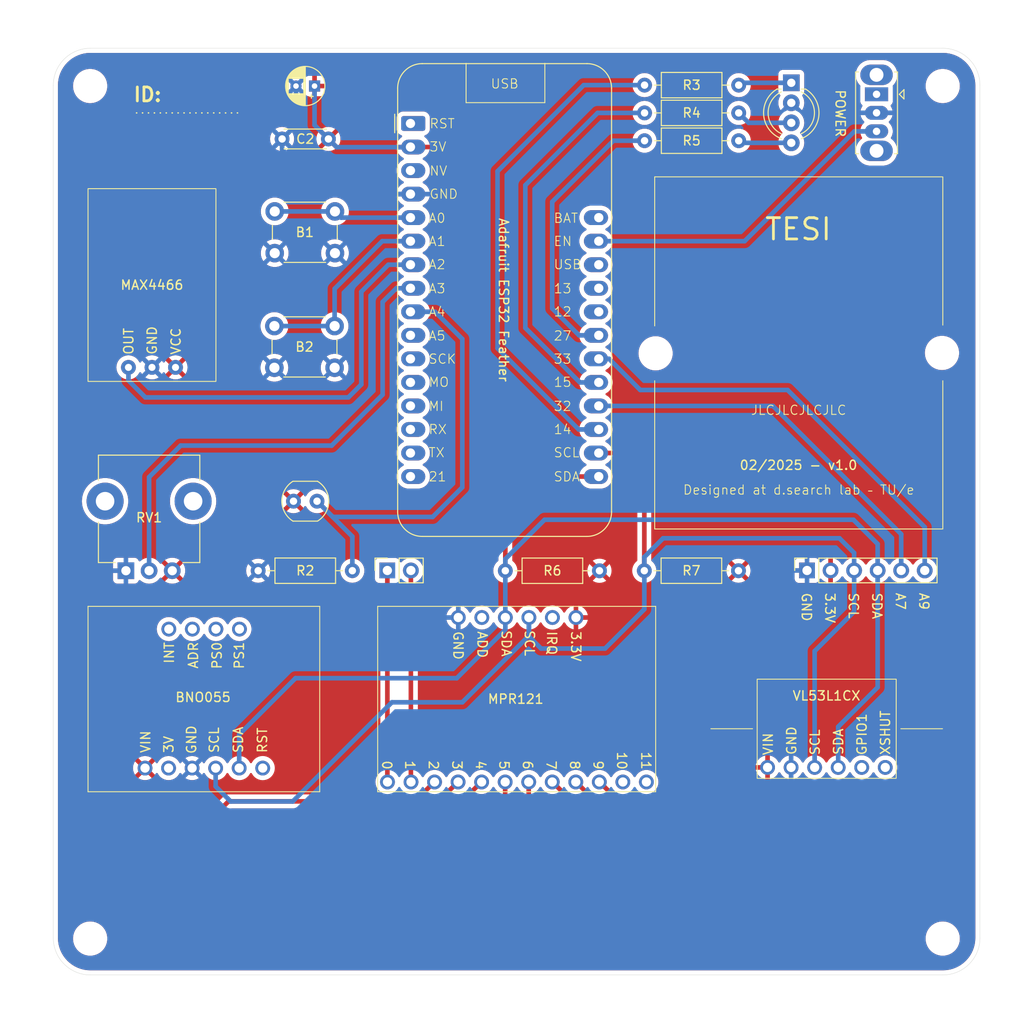
<source format=kicad_pcb>
(kicad_pcb (version 20241229) (generator "pcbnew") (generator_version "9.0")
  (layers (0 "F.Cu" signal) (2 "B.Cu" signal) (13 "F.Paste" user) (15 "B.Paste" user) (5 "F.SilkS" user "F.Silkscreen") (7 "B.SilkS" user "B.Silkscreen") (1 "F.Mask" user) (3 "B.Mask" user) (25 "Edge.Cuts" user))
  (net 0 "")
  (net 1 "Net-(A1-A8{slash}IO15)")
  (net 2 "Net-(A1-I39{slash}A3)")
  (net 6 "Net-(A1-A7{slash}IO32)")
  (net 8 "Net-(A1-EN)")
  (net 10 "+3.3V")
  (net 11 "Net-(A1-A9{slash}IO33)")
  (net 12 "Net-(A1-A6{slash}IO14)")
  (net 14 "Net-(A1-IO36{slash}A4)")
  (net 18 "Net-(A1-A10{slash}IO27)")
  (net 19 "Net-(D1-RK)")
  (net 20 "Net-(D1-BK)")
  (net 21 "SDA")
  (net 22 "SCL")
  (net 23 "Net-(D1-GK)")
  (net 24 "GND")
  (net 27 "Net-(A1-I34{slash}A2)")
  (net 29 "Net-(U3-ELE2)")
  (net 30 "Net-(U3-ELE3)")
  (net 31 "Net-(U3-LED0{slash}ELE4)")
  (net 32 "Net-(U3-LED1{slash}ELE5)")
  (net 33 "Net-(U3-LED2{slash}ELE6)")
  (net 34 "Net-(U3-LED3{slash}ELE7)")
  (net 42 "Net-(U3-LED4{slash}ELE8)")
  (net 43 "Net-(U3-LED5{slash}ELE9)")
  (net 46 "Net-(A1-DAC1{slash}A1)")
  (net 47 "Net-(A1-DAC2{slash}A0)")
  (net 53 "Net-(J1-Pin_1)")
  (net 54 "Net-(J1-Pin_2)")
  (footprint "Resistor_THT:R_Axial_DIN0207_L6.3mm_D2.5mm_P10.16mm_Horizontal" (layer "F.Cu") (at 124.625504 40.1 180)
    (property "Reference" "R4" (at 5.08 0 180) (layer "F.SilkS"))
    (property "Value" "220Ω")
    (pad "1" thru_hole circle (at 0 0 180) (size 1.6 1.6) (drill 0.8) (layers "*.Cu" "*.Mask") (net 23 "Net-(D1-GK)"))
    (pad "2" thru_hole oval (at 10.16 0 180) (size 1.6 1.6) (drill 0.8) (layers "*.Cu" "*.Mask") (net 1 "Net-(A1-A8{slash}IO15)"))
  )
  (footprint "tesi:Adafruit ESP32 Feather" (layer "F.Cu") (at 89.203759 41.240485)
    (property "Reference" "A1" (hide yes))
    (property "Value" "Adafruit Feather HUZZAH32" (hide yes))
    (fp_text user "27" (at 15.4 23.5 0) (layer "F.SilkS") (effects (font (thickness 0.1)) (justify left bottom)))
    (fp_text user "A3" (at 1.9 18.4 0) (layer "F.SilkS") (effects (font (thickness 0.1)) (justify left bottom)))
    (fp_text user "NV" (at 2 5.7 0) (layer "F.SilkS") (effects (font (thickness 0.1)) (justify left bottom)))
    (fp_text user "SDA" (at 15.4 38.7 0) (layer "F.SilkS") (effects (font (thickness 0.1)) (justify left bottom)))
    (fp_text user "21" (at 1.9 38.7 0) (layer "F.SilkS") (effects (font (thickness 0.1)) (justify left bottom)))
    (fp_text user "15" (at 15.4 28.5 0) (layer "F.SilkS") (effects (font (thickness 0.1)) (justify left bottom)))
    (fp_text user "A1" (at 1.9 13.3 0) (layer "F.SilkS") (effects (font (thickness 0.1)) (justify left bottom)))
    (fp_text user "MI" (at 1.9 31.1 0) (layer "F.SilkS") (effects (font (thickness 0.1)) (justify left bottom)))
    (fp_text user "RX" (at 1.9 33.6 0) (layer "F.SilkS") (effects (font (thickness 0.1)) (justify left bottom)))
    (fp_text user "A0" (at 1.9 10.8 0) (layer "F.SilkS") (effects (font (thickness 0.1)) (justify left bottom)))
    (fp_text user "BAT" (at 15.4 10.8 0) (layer "F.SilkS") (effects (font (thickness 0.1)) (justify left bottom)))
    (fp_text user "A2" (at 1.9 15.8 0) (layer "F.SilkS") (effects (font (thickness 0.1)) (justify left bottom)))
    (fp_text user "14" (at 15.4 33.6 0) (layer "F.SilkS") (effects (font (thickness 0.1)) (justify left bottom)))
    (fp_text user "SCL" (at 15.4 36.1 0) (layer "F.SilkS") (effects (font (thickness 0.1)) (justify left bottom)))
    (fp_text user "MO" (at 1.9 28.5 0) (layer "F.SilkS") (effects (font (thickness 0.1)) (justify left bottom)))
    (fp_text user "3V" (at 2 3.1 0) (layer "F.SilkS") (effects (font (thickness 0.1)) (justify left bottom)))
    (fp_text user "A5" (at 1.9 23.5 0) (layer "F.SilkS") (effects (font (thickness 0.1)) (justify left bottom)))
    (fp_text user "TX" (at 1.9 36.1 0) (layer "F.SilkS") (effects (font (thickness 0.1)) (justify left bottom)))
    (fp_text user "12" (at 15.4 20.9 0) (layer "F.SilkS") (effects (font (thickness 0.1)) (justify left bottom)))
    (fp_text user "RST" (at 2 0.6 0) (layer "F.SilkS") (effects (font (thickness 0.1)) (justify left bottom)))
    (fp_text user "33" (at 15.4 26 0) (layer "F.SilkS") (effects (font (thickness 0.1)) (justify left bottom)))
    (fp_text user "13" (at 15.4 18.4 0) (layer "F.SilkS") (effects (font (thickness 0.1)) (justify left bottom)))
    (fp_text user "A4" (at 1.9 20.9 0) (layer "F.SilkS") (effects (font (thickness 0.1)) (justify left bottom)))
    (fp_text user "SCK" (at 1.9 26 0) (layer "F.SilkS") (effects (font (thickness 0.1)) (justify left bottom)))
    (fp_text user "USB" (at 8.6 -3.7 0) (layer "F.SilkS") (effects (font (thickness 0.1)) (justify left bottom)))
    (fp_text user "USB" (at 15.4 15.8 0) (layer "F.SilkS") (effects (font (thickness 0.1)) (justify left bottom)))
    (fp_text user "GND" (at 2 8.2 0) (layer "F.SilkS") (effects (font (thickness 0.1)) (justify left bottom)))
    (fp_text user "EN" (at 15.4 13.3 0) (layer "F.SilkS") (effects (font (thickness 0.1)) (justify left bottom)))
    (fp_text user "32" (at 15.4 31.1 0) (layer "F.SilkS") (effects (font (thickness 0.1)) (justify left bottom)))
    (pad "1" thru_hole roundrect (at 0 0) (size 2.6 1.6) (drill 1 (offset 0.3 0)) (layers "*.Cu" "*.Mask") (roundrect_rratio 0.15625))
    (pad "2" thru_hole oval (at 0 2.54) (size 2.6 1.6) (drill 1 (offset 0.3 0)) (layers "*.Cu" "*.Mask") (net 10 "+3.3V"))
    (pad "3" thru_hole oval (at 0 5.08) (size 2.6 1.6) (drill 1 (offset 0.3 0)) (layers "*.Cu" "*.Mask"))
    (pad "4" thru_hole oval (at 0 7.62) (size 2.6 1.6) (drill 1 (offset 0.3 0)) (layers "*.Cu" "*.Mask") (net 24 "GND"))
    (pad "5" thru_hole oval (at 0 10.16) (size 2.6 1.6) (drill 1 (offset 0.3 0)) (layers "*.Cu" "*.Mask") (net 47 "Net-(A1-DAC2{slash}A0)"))
    (pad "6" thru_hole oval (at 0 12.7) (size 2.6 1.6) (drill 1 (offset 0.3 0)) (layers "*.Cu" "*.Mask") (net 46 "Net-(A1-DAC1{slash}A1)"))
    (pad "7" thru_hole oval (at 0 15.24) (size 2.6 1.6) (drill 1 (offset 0.3 0)) (layers "*.Cu" "*.Mask") (net 27 "Net-(A1-I34{slash}A2)"))
    (pad "8" thru_hole oval (at 0 17.78) (size 2.6 1.6) (drill 1 (offset 0.3 0)) (layers "*.Cu" "*.Mask") (net 2 "Net-(A1-I39{slash}A3)"))
    (pad "9" thru_hole oval (at 0 20.32) (size 2.6 1.6) (drill 1 (offset 0.3 0)) (layers "*.Cu" "*.Mask") (net 14 "Net-(A1-IO36{slash}A4)"))
    (pad "10" thru_hole oval (at 0 22.86) (size 2.6 1.6) (drill 1 (offset 0.3 0)) (layers "*.Cu" "*.Mask"))
    (pad "11" thru_hole oval (at 0 25.4) (size 2.6 1.6) (drill 1 (offset 0.3 0)) (layers "*.Cu" "*.Mask"))
    (pad "12" thru_hole oval (at 0 27.94) (size 2.6 1.6) (drill 1 (offset 0.3 0)) (layers "*.Cu" "*.Mask"))
    (pad "13" thru_hole oval (at 0 30.48) (size 2.6 1.6) (drill 1 (offset 0.3 0)) (layers "*.Cu" "*.Mask"))
    (pad "14" thru_hole oval (at 0 33.02) (size 2.6 1.6) (drill 1 (offset 0.3 0)) (layers "*.Cu" "*.Mask"))
    (pad "15" thru_hole oval (at 0 35.56) (size 2.6 1.6) (drill 1 (offset 0.3 0)) (layers "*.Cu" "*.Mask"))
    (pad "16" thru_hole oval (at 0 38.1) (size 2.6 1.6) (drill 1 (offset 0.3 0)) (layers "*.Cu" "*.Mask"))
    (pad "17" thru_hole oval (at 20.32 38.1 180) (size 2.6 1.6) (drill 1 (offset 0.3 0)) (layers "*.Cu" "*.Mask") (net 21 "SDA"))
    (pad "18" thru_hole oval (at 20.32 35.56 180) (size 2.6 1.6) (drill 1 (offset 0.3 0)) (layers "*.Cu" "*.Mask") (net 22 "SCL"))
    (pad "19" thru_hole oval (at 20.32 33.02 180) (size 2.6 1.6) (drill 1 (offset 0.3 0)) (layers "*.Cu" "*.Mask") (net 12 "Net-(A1-A6{slash}IO14)"))
    (pad "20" thru_hole oval (at 20.32 30.48 180) (size 2.6 1.6) (drill 1 (offset 0.3 0)) (layers "*.Cu" "*.Mask") (net 6 "Net-(A1-A7{slash}IO32)"))
    (pad "21" thru_hole oval (at 20.32 27.94 180) (size 2.6 1.6) (drill 1 (offset 0.3 0)) (layers "*.Cu" "*.Mask") (net 1 "Net-(A1-A8{slash}IO15)"))
    (pad "22" thru_hole oval (at 20.32 25.4 180) (size 2.6 1.6) (drill 1 (offset 0.3 0)) (layers "*.Cu" "*.Mask") (net 11 "Net-(A1-A9{slash}IO33)"))
    (pad "23" thru_hole oval (at 20.32 22.86 180) (size 2.6 1.6) (drill 1 (offset 0.3 0)) (layers "*.Cu" "*.Mask") (net 18 "Net-(A1-A10{slash}IO27)"))
    (pad "24" thru_hole oval (at 20.32 20.32 180) (size 2.6 1.6) (drill 1 (offset 0.3 0)) (layers "*.Cu" "*.Mask"))
    (pad "25" thru_hole oval (at 20.32 17.78 180) (size 2.6 1.6) (drill 1 (offset 0.3 0)) (layers "*.Cu" "*.Mask"))
    (pad "26" thru_hole oval (at 20.32 15.24 180) (size 2.6 1.6) (drill 1 (offset 0.3 0)) (layers "*.Cu" "*.Mask"))
    (pad "27" thru_hole oval (at 20.32 12.7 180) (size 2.6 1.6) (drill 1 (offset 0.3 0)) (layers "*.Cu" "*.Mask") (net 8 "Net-(A1-EN)"))
    (pad "28" thru_hole oval (at 20.32 10.16 180) (size 2.6 1.6) (drill 1 (offset 0.3 0)) (layers "*.Cu" "*.Mask"))
  )
  (footprint "tesi:TouchPad - 4.0mm" (layer "F.Cu") (at 61.461335 122.498532 180)
    (property "Reference" "TP1" (hide yes))
    (property "Value" "TestPoint")
    (pad "1" smd circle (at 0 0 180) (size 8 8) (layers "F.Cu" "F.Mask") (net 29 "Net-(U3-ELE2)"))
  )
  (footprint "tesi:BNO055" (layer "F.Cu") (at 66.91 103.350485)
    (property "Reference" "U2" (hide yes))
    (property "Value" "BNO055")
    (fp_text user "BNO055" (at -3.16 0.399515 0) (layer "F.SilkS") (effects (justify left bottom)))
    (fp_text user "RST" (at 6.9 5.9 90) (layer "F.SilkS") (effects (justify left bottom)))
    (fp_text user "VIN" (at -5.7 5.9 90) (layer "F.SilkS") (effects (justify left bottom)))
    (fp_text user "ADR" (at -0.55 -3.2 90) (layer "F.SilkS") (effects (justify left bottom)))
    (fp_text user "3V" (at -3.2 5.9 90) (layer "F.SilkS") (effects (justify left bottom)))
    (fp_text user "PS0" (at 2 -3.15 90) (layer "F.SilkS") (effects (justify left bottom)))
    (fp_text user "GND" (at -0.75 6 90) (layer "F.SilkS") (effects (justify left bottom)))
    (fp_text user "INT" (at -3.15 -3.75 90) (layer "F.SilkS") (effects (justify left bottom)))
    (fp_text user "SCL" (at 1.7 5.9 90) (layer "F.SilkS") (effects (justify left bottom)))
    (fp_text user "PS1" (at 4.4 -3.15 90) (layer "F.SilkS") (effects (justify left bottom)))
    (fp_text user "SDA" (at 4.3 5.9 90) (layer "F.SilkS") (effects (justify left bottom)))
    (pad "2" thru_hole circle (at -1.27 7.45) (size 1.6 1.6) (drill 1) (layers "*.Cu" "*.Mask") (net 24 "GND"))
    (pad "3" thru_hole circle (at -6.35 7.45) (size 1.6 1.6) (drill 1) (layers "*.Cu" "*.Mask") (net 10 "+3.3V"))
    (pad "4" thru_hole circle (at -3.81 7.45) (size 1.6 1.6) (drill 1) (layers "*.Cu" "*.Mask"))
    (pad "5" thru_hole circle (at 3.84 -7.55) (size 1.6 1.6) (drill 1) (layers "*.Cu" "*.Mask"))
    (pad "6" thru_hole circle (at 1.3 -7.55) (size 1.6 1.6) (drill 1) (layers "*.Cu" "*.Mask"))
    (pad "11" thru_hole circle (at 6.35 7.45) (size 1.6 1.6) (drill 1) (layers "*.Cu" "*.Mask"))
    (pad "14" thru_hole circle (at -3.78 -7.55) (size 1.6 1.6) (drill 1) (layers "*.Cu" "*.Mask"))
    (pad "17" thru_hole circle (at -1.24 -7.55) (size 1.6 1.6) (drill 1) (layers "*.Cu" "*.Mask"))
    (pad "19" thru_hole circle (at 1.27 7.45) (size 1.6 1.6) (drill 1) (layers "*.Cu" "*.Mask") (net 22 "SCL"))
    (pad "20" thru_hole circle (at 3.81 7.45) (size 1.6 1.6) (drill 1) (layers "*.Cu" "*.Mask") (net 21 "SDA"))
  )
  (footprint "Resistor_THT:R_Axial_DIN0207_L6.3mm_D2.5mm_P10.16mm_Horizontal" (layer "F.Cu") (at 109.6 89.505774 180)
    (property "Reference" "R6" (at 5.08 0 0) (layer "F.SilkS"))
    (property "Value" "4.7K")
    (pad "1" thru_hole circle (at 0 0 180) (size 1.6 1.6) (drill 0.8) (layers "*.Cu" "*.Mask") (net 10 "+3.3V"))
    (pad "2" thru_hole oval (at 10.16 0 180) (size 1.6 1.6) (drill 0.8) (layers "*.Cu" "*.Mask") (net 21 "SDA"))
  )
  (footprint "tesi:MPR121" (layer "F.Cu") (at 100.563759 103.350485)
    (property "Reference" "U3" (hide yes))
    (property "Value" "MPR121" (at 0 0 0) (layer "F.SilkS"))
    (fp_text user "6" (at 0.7 6.55 270) (layer "F.SilkS") (effects (justify left bottom)))
    (fp_text user "2" (at -9.46 6.55 270) (layer "F.SilkS") (effects (justify left bottom)))
    (fp_text user "3.3V" (at 5.9 -7.4 270) (layer "F.SilkS") (effects (justify left bottom)))
    (fp_text user "SCL" (at 0.9 -7.506 270) (layer "F.SilkS") (effects (justify left bottom)))
    (fp_text user "IRQ" (at 3.3 -7.4 270) (layer "F.SilkS") (effects (justify left bottom)))
    (fp_text user "GND" (at -6.8 -7.4 270) (layer "F.SilkS") (effects (justify left bottom)))
    (fp_text user "1" (at -12 6.55 270) (layer "F.SilkS") (effects (justify left bottom)))
    (fp_text user "ADD" (at -4.2 -7.4 270) (layer "F.SilkS") (effects (justify left bottom)))
    (fp_text user "5" (at -1.84 6.55 270) (layer "F.SilkS") (effects (justify left bottom)))
    (fp_text user "4" (at -4.38 6.55 270) (layer "F.SilkS") (effects (justify left bottom)))
    (fp_text user "9" (at 8.32 6.55 270) (layer "F.SilkS") (effects (justify left bottom)))
    (fp_text user "7" (at 3.24 6.55 270) (layer "F.SilkS") (effects (justify left bottom)))
    (fp_text user "SDA" (at -1.6 -7.5 270) (layer "F.SilkS") (effects (justify left bottom)))
    (fp_text user "3" (at -6.92 6.55 270) (layer "F.SilkS") (effects (justify left bottom)))
    (fp_text user "10" (at 10.86 5.6 270) (layer "F.SilkS") (effects (justify left bottom)))
    (fp_text user "0" (at -14.488 6.55 270) (layer "F.SilkS") (effects (justify left bottom)))
    (fp_text user "8" (at 5.78 6.55 270) (layer "F.SilkS") (effects (justify left bottom)))
    (fp_text user "11" (at 13.473 5.6 270) (layer "F.SilkS") (effects (justify left bottom)))
    (pad "1" thru_hole oval (at -6.2 -8.8 270) (size 1.6 1.6) (drill 1) (layers "*.Cu" "*.Mask") (net 24 "GND"))
    (pad "2" thru_hole oval (at -3.66 -8.8 270) (size 1.6 1.6) (drill 1) (layers "*.Cu" "*.Mask"))
    (pad "3" thru_hole oval (at -1.12 -8.8 270) (size 1.6 1.6) (drill 1) (layers "*.Cu" "*.Mask") (net 21 "SDA"))
    (pad "4" thru_hole oval (at 1.42 -8.8 270) (size 1.6 1.6) (drill 1) (layers "*.Cu" "*.Mask") (net 22 "SCL"))
    (pad "5" thru_hole oval (at 3.96 -8.8 270) (size 1.6 1.6) (drill 1) (layers "*.Cu" "*.Mask"))
    (pad "6" thru_hole oval (at 6.5 -8.8 270) (size 1.6 1.6) (drill 1) (layers "*.Cu" "*.Mask") (net 10 "+3.3V"))
    (pad "8" thru_hole oval (at -13.84 8.95 270) (size 1.6 1.6) (drill 1) (layers "*.Cu" "*.Mask") (net 53 "Net-(J1-Pin_1)"))
    (pad "9" thru_hole oval (at -11.3 8.95 270) (size 1.6 1.6) (drill 1) (layers "*.Cu" "*.Mask") (net 54 "Net-(J1-Pin_2)"))
    (pad "10" thru_hole oval (at -8.76 8.95 270) (size 1.6 1.6) (drill 1) (layers "*.Cu" "*.Mask") (net 29 "Net-(U3-ELE2)"))
    (pad "11" thru_hole oval (at -6.22 8.95 270) (size 1.6 1.6) (drill 1) (layers "*.Cu" "*.Mask") (net 30 "Net-(U3-ELE3)"))
    (pad "12" thru_hole oval (at -3.68 8.95 270) (size 1.6 1.6) (drill 1) (layers "*.Cu" "*.Mask") (net 31 "Net-(U3-LED0{slash}ELE4)"))
    (pad "13" thru_hole oval (at -1.14 8.95 270) (size 1.6 1.6) (drill 1) (layers "*.Cu" "*.Mask") (net 32 "Net-(U3-LED1{slash}ELE5)"))
    (pad "14" thru_hole oval (at 1.4 8.95 270) (size 1.6 1.6) (drill 1) (layers "*.Cu" "*.Mask") (net 33 "Net-(U3-LED2{slash}ELE6)"))
    (pad "15" thru_hole oval (at 3.94 8.95 270) (size 1.6 1.6) (drill 1) (layers "*.Cu" "*.Mask") (net 34 "Net-(U3-LED3{slash}ELE7)"))
    (pad "16" thru_hole oval (at 6.48 8.95 270) (size 1.6 1.6) (drill 1) (layers "*.Cu" "*.Mask") (net 42 "Net-(U3-LED4{slash}ELE8)"))
    (pad "17" thru_hole oval (at 9.02 8.95 270) (size 1.6 1.6) (drill 1) (layers "*.Cu" "*.Mask") (net 43 "Net-(U3-LED5{slash}ELE9)"))
    (pad "18" thru_hole oval (at 11.56 8.95 270) (size 1.6 1.6) (drill 1) (layers "*.Cu" "*.Mask"))
    (pad "19" thru_hole oval (at 14.1 8.95 270) (size 1.6 1.6) (drill 1) (layers "*.Cu" "*.Mask"))
  )
  (footprint "OptoDevice:R_LDR_4.9x4.2mm_P2.54mm_Vertical" (layer "F.Cu") (at 79.121879 82 180)
    (property "Reference" "R1" (hide yes))
    (property "Value" "LDR")
    (pad "1" thru_hole circle (at 0 0 180) (size 1.6 1.6) (drill 0.8) (layers "*.Cu" "*.Mask") (net 14 "Net-(A1-IO36{slash}A4)"))
    (pad "2" thru_hole circle (at 2.54 0 180) (size 1.6 1.6) (drill 0.8) (layers "*.Cu" "*.Mask") (net 10 "+3.3V"))
  )
  (footprint "tesi:TouchPad - 4.0mm" (layer "F.Cu") (at 106.318435 122.574832)
    (property "Reference" "TP5" (hide yes))
    (property "Value" "TestPoint")
    (pad "1" smd circle (at 0 0) (size 8 8) (layers "F.Cu" "F.Mask") (net 33 "Net-(U3-LED2{slash}ELE6)"))
  )
  (footprint "Resistor_THT:R_Axial_DIN0207_L6.3mm_D2.5mm_P10.16mm_Horizontal" (layer "F.Cu") (at 124.6 89.5 180)
    (property "Reference" "R7" (at 5.08 0 0) (layer "F.SilkS"))
    (property "Value" "4.7K")
    (pad "1" thru_hole circle (at 0 0 180) (size 1.6 1.6) (drill 0.8) (layers "*.Cu" "*.Mask") (net 10 "+3.3V"))
    (pad "2" thru_hole oval (at 10.16 0 180) (size 1.6 1.6) (drill 0.8) (layers "*.Cu" "*.Mask") (net 22 "SCL"))
  )
  (footprint "tesi:MountingHole_3.2mm_M3" (layer "F.Cu") (at 115.65758 66.042387)
    (property "Reference" "H5" (hide yes))
    (property "Value" "3.2mm - Battery")
    (pad "" np_thru_hole circle (at 0 0) (size 3.2 3.2) (drill 3.2) (layers "*.Cu" "*.Mask"))
  )
  (footprint "tesi:TouchPad - 4.0mm" (layer "F.Cu") (at 128.747035 122.574832)
    (property "Reference" "TP7" (hide yes))
    (property "Value" "TestPoint")
    (pad "1" smd circle (at 0 0) (size 8 8) (layers "F.Cu" "F.Mask") (net 42 "Net-(U3-LED4{slash}ELE8)"))
  )
  (footprint "Resistor_THT:R_Axial_DIN0207_L6.3mm_D2.5mm_P10.16mm_Horizontal" (layer "F.Cu") (at 124.625504 43.1 180)
    (property "Reference" "R5" (at 5.08 0 180) (layer "F.SilkS"))
    (property "Value" "220Ω")
    (pad "1" thru_hole circle (at 0 0 180) (size 1.6 1.6) (drill 0.8) (layers "*.Cu" "*.Mask") (net 20 "Net-(D1-BK)"))
    (pad "2" thru_hole oval (at 10.16 0 180) (size 1.6 1.6) (drill 0.8) (layers "*.Cu" "*.Mask") (net 18 "Net-(A1-A10{slash}IO27)"))
  )
  (footprint "tesi:TouchPad - 4.0mm" (layer "F.Cu") (at 72.675635 122.574832 180)
    (property "Reference" "TP2" (hide yes))
    (property "Value" "TestPoint")
    (pad "1" smd circle (at 0 0 180) (size 8 8) (layers "F.Cu" "F.Mask") (net 30 "Net-(U3-ELE3)"))
  )
  (footprint "tesi:TouchPad - 4.0mm" (layer "F.Cu") (at 117.532735 122.574832)
    (property "Reference" "TP6" (hide yes))
    (property "Value" "TestPoint")
    (pad "1" smd circle (at 0 0) (size 8 8) (layers "F.Cu" "F.Mask") (net 34 "Net-(U3-LED3{slash}ELE7)"))
  )
  (footprint "Connector_PinSocket_2.54mm:PinSocket_1x06_P2.54mm_Vertical" (layer "F.Cu") (at 132 89.475 90)
    (property "Reference" "J2" (hide yes))
    (property "Value" "Conn_01x06_Socket")
    (pad "1" thru_hole rect (at 0 0 90) (size 1.7 1.7) (drill 1) (layers "*.Cu" "*.Mask") (net 24 "GND"))
    (pad "2" thru_hole oval (at 0 2.54 90) (size 1.7 1.7) (drill 1) (layers "*.Cu" "*.Mask") (net 10 "+3.3V"))
    (pad "3" thru_hole oval (at 0 5.08 90) (size 1.7 1.7) (drill 1) (layers "*.Cu" "*.Mask") (net 22 "SCL"))
    (pad "4" thru_hole oval (at 0 7.62 90) (size 1.7 1.7) (drill 1) (layers "*.Cu" "*.Mask") (net 21 "SDA"))
    (pad "5" thru_hole oval (at 0 10.16 90) (size 1.7 1.7) (drill 1) (layers "*.Cu" "*.Mask") (net 6 "Net-(A1-A7{slash}IO32)"))
    (pad "6" thru_hole oval (at 0 12.7 90) (size 1.7 1.7) (drill 1) (layers "*.Cu" "*.Mask") (net 11 "Net-(A1-A9{slash}IO33)"))
  )
  (footprint "tesi:CP_Radial_D4.0mm_P2.00mm" (layer "F.Cu") (at 78.851879 37.198932 180)
    (property "Reference" "C1" (hide yes))
    (property "Value" "C_Polarized")
    (pad "1" thru_hole rect (at 0 0 180) (size 1.2 1.2) (drill 0.6) (layers "*.Cu" "*.Mask") (net 10 "+3.3V"))
    (pad "2" thru_hole circle (at 2 0 180) (size 1.2 1.2) (drill 0.6) (layers "*.Cu" "*.Mask") (net 24 "GND"))
  )
  (footprint "tesi:MAX4466" (layer "F.Cu") (at 61.31 58.675)
    (property "Reference" "U1" (hide yes))
    (property "Value" "MAX4466" (at 0 0 0) (layer "F.SilkS"))
    (fp_text user "VCC" (at 3.17 7.593126 90) (layer "F.SilkS") (effects (justify left bottom)))
    (fp_text user "GND" (at 0.6 7.593126 90) (layer "F.SilkS") (effects (justify left bottom)))
    (fp_text user "OUT" (at -1.93 7.593126 90) (layer "F.SilkS") (effects (justify left bottom)))
    (pad "1" thru_hole circle (at 2.54 8.884311) (size 1.6 1.6) (drill 0.762) (layers "*.Cu" "*.Mask") (net 10 "+3.3V"))
    (pad "2" thru_hole circle (at 0 8.884311) (size 1.6 1.6) (drill 0.762) (layers "*.Cu" "*.Mask") (net 24 "GND"))
    (pad "3" thru_hole circle (at -2.54 8.884311) (size 1.6 1.6) (drill 0.762) (layers "*.Cu" "*.Mask") (net 27 "Net-(A1-I34{slash}A2)"))
  )
  (footprint "LED_THT:LED_D5.0mm-4_RGB_Wide_Pins" (layer "F.Cu") (at 130.3 36.850485 -90)
    (property "Reference" "D1" (hide yes))
    (property "Value" "RGB LED")
    (pad "1" thru_hole rect (at 0 0 270) (size 1.8 1.8) (drill 0.9) (layers "*.Cu" "*.Mask") (net 19 "Net-(D1-RK)"))
    (pad "2" thru_hole circle (at 2.159 0 270) (size 1.8 1.8) (drill 0.9) (layers "*.Cu" "*.Mask") (net 24 "GND"))
    (pad "3" thru_hole circle (at 4.318 0 270) (size 1.8 1.8) (drill 0.9) (layers "*.Cu" "*.Mask") (net 23 "Net-(D1-GK)"))
    (pad "4" thru_hole circle (at 6.477 0 270) (size 1.8 1.8) (drill 0.9) (layers "*.Cu" "*.Mask") (net 20 "Net-(D1-BK)"))
  )
  (footprint "Button_Switch_THT:SW_PUSH_6mm" (layer "F.Cu") (at 81.055544 55.230742 180)
    (property "Reference" "B1" (at 3.25 2.25 0) (layer "F.SilkS"))
    (property "Value" "~" (hide yes))
    (pad "1" thru_hole circle (at 0 0 270) (size 2 2) (drill 1.1) (layers "*.Cu" "*.Mask") (net 24 "GND"))
    (pad "1" thru_hole circle (at 6.5 0 270) (size 2 2) (drill 1.1) (layers "*.Cu" "*.Mask") (net 24 "GND"))
    (pad "2" thru_hole circle (at 0 4.5 270) (size 2 2) (drill 1.1) (layers "*.Cu" "*.Mask") (net 47 "Net-(A1-DAC2{slash}A0)"))
    (pad "2" thru_hole circle (at 6.5 4.5 270) (size 2 2) (drill 1.1) (layers "*.Cu" "*.Mask") (net 47 "Net-(A1-DAC2{slash}A0)"))
  )
  (footprint "tesi:MountingHole_3.2mm_M3" (layer "F.Cu") (at 146.639735 37.198932)
    (property "Reference" "H4" (hide yes))
    (property "Value" "3.2mm")
    (pad "" np_thru_hole circle (at 0 0) (size 3.2 3.2) (drill 3.2) (layers "*.Cu" "*.Mask"))
  )
  (footprint "tesi:MountingHole_3.2mm_M3" (layer "F.Cu") (at 54.639735 37.198932)
    (property "Reference" "H3" (hide yes))
    (property "Value" "3.2mm")
    (pad "" np_thru_hole circle (at 0 0) (size 3.2 3.2) (drill 3.2) (layers "*.Cu" "*.Mask"))
  )
  (footprint "Connector_PinSocket_2.54mm:PinSocket_1x02_P2.54mm_Vertical" (layer "F.Cu") (at 86.71 89.475 90)
    (property "Reference" "J1" (hide yes))
    (property "Value" "Conn_01x02_Socket")
    (pad "1" thru_hole rect (at 0 0 90) (size 1.7 1.7) (drill 1) (layers "*.Cu" "*.Mask") (net 53 "Net-(J1-Pin_1)"))
    (pad "2" thru_hole oval (at 0 2.54 90) (size 1.7 1.7) (drill 1) (layers "*.Cu" "*.Mask") (net 54 "Net-(J1-Pin_2)"))
  )
  (footprint "tesi:Switch" (layer "F.Cu") (at 139.5 38.090485 -90)
    (property "Reference" "SW1" (hide yes))
    (property "Value" "POWER")
    (pad "" thru_hole oval (at -2.1 0 270) (size 2.2 3.5) (drill 1.5) (layers "*.Cu" "*.Mask"))
    (pad "" thru_hole oval (at 6.1 0 270) (size 2.2 3.5) (drill 1.5) (layers "*.Cu" "*.Mask"))
    (pad "1" thru_hole rect (at 0 0 270) (size 1.5 2.5) (drill 0.8) (layers "*.Cu" "*.Mask"))
    (pad "2" thru_hole oval (at 2 0 270) (size 1.5 2.5) (drill 0.8) (layers "*.Cu" "*.Mask") (net 24 "GND"))
    (pad "3" thru_hole oval (at 4 0 270) (size 1.5 2.5) (drill 0.8) (layers "*.Cu" "*.Mask") (net 8 "Net-(A1-EN)"))
  )
  (footprint "tesi:MountingHole_3.2mm_M3" (layer "F.Cu") (at 146.563358 66)
    (property "Reference" "H6" (hide yes))
    (property "Value" "3.2mm - Battery")
    (pad "" np_thru_hole circle (at 0 0) (size 3.2 3.2) (drill 3.2) (layers "*.Cu" "*.Mask"))
  )
  (footprint "tesi:MountingHole_3.2mm_M3" (layer "F.Cu") (at 146.639735 129.198932)
    (property "Reference" "H2" (hide yes))
    (property "Value" "3.2mm")
    (pad "" np_thru_hole circle (at 0 0) (size 3.2 3.2) (drill 3.2) (layers "*.Cu" "*.Mask"))
  )
  (footprint "tesi:VL53L1X" (layer "F.Cu") (at 134.12 106.68)
    (property "Reference" "U4" (hide yes))
    (property "Value" "VL53L1CX" (at -0.017639 -3.68 180) (layer "F.SilkS"))
    (fp_text user "SDA" (at 1.86 2.777696 90) (layer "F.SilkS") (effects (justify left bottom)))
    (fp_text user "VIN" (at -5.73 2.807696 90) (layer "F.SilkS") (effects (justify left bottom)))
    (fp_text user "GPIO1" (at 4.39 2.807696 90) (layer "F.SilkS") (effects (justify left bottom)))
    (fp_text user "GND" (at -3.2 2.777696 90) (layer "F.SilkS") (effects (justify left bottom)))
    (fp_text user "SCL" (at -0.67 2.807696 90) (layer "F.SilkS") (effects (justify left bottom)))
    (fp_text user "XSHUT" (at 6.92 2.777696 90) (layer "F.SilkS") (effects (justify left bottom)))
    (pad "1" thru_hole oval (at -6.38 4.047696 90) (size 1.6 1.6) (drill 1) (layers "*.Cu" "*.Mask") (net 10 "+3.3V"))
    (pad "2" thru_hole oval (at -3.84 4.047696 90) (size 1.6 1.6) (drill 1) (layers "*.Cu" "*.Mask") (net 24 "GND"))
    (pad "3" thru_hole oval (at -1.3 4.047696 90) (size 1.6 1.6) (drill 1) (layers "*.Cu" "*.Mask") (net 22 "SCL"))
    (pad "4" thru_hole oval (at 1.24 4.047696 90) (size 1.6 1.6) (drill 1) (layers "*.Cu" "*.Mask") (net 21 "SDA"))
    (pad "5" thru_hole oval (at 3.78 4.047696 90) (size 1.6 1.6) (drill 1) (layers "*.Cu" "*.Mask"))
    (pad "6" thru_hole oval (at 6.32 4.047696 90) (size 1.6 1.6) (drill 1) (layers "*.Cu" "*.Mask"))
  )
  (footprint "tesi:MountingHole_3.2mm_M3" (layer "F.Cu") (at 54.639735 129.198932)
    (property "Reference" "H1" (hide yes))
    (property "Value" "3.2mm")
    (pad "" np_thru_hole circle (at 0 0) (size 3.2 3.2) (drill 3.2) (layers "*.Cu" "*.Mask"))
  )
  (footprint "Capacitor_THT:C_Disc_D4.3mm_W1.9mm_P5.00mm" (layer "F.Cu") (at 80.351879 42.910485 180)
    (property "Reference" "C2" (at 2.5 0 0) (layer "F.SilkS"))
    (property "Value" "C")
    (pad "1" thru_hole circle (at 0 0 180) (size 1.6 1.6) (drill 0.8) (layers "*.Cu" "*.Mask") (net 10 "+3.3V"))
    (pad "2" thru_hole circle (at 5 0 180) (size 1.6 1.6) (drill 0.8) (layers "*.Cu" "*.Mask") (net 24 "GND"))
  )
  (footprint "Resistor_THT:R_Axial_DIN0207_L6.3mm_D2.5mm_P10.16mm_Horizontal" (layer "F.Cu") (at 72.771879 89.5)
    (property "Reference" "R2" (at 5.08 0 0) (layer "F.SilkS"))
    (property "Value" "10K")
    (pad "1" thru_hole circle (at 0 0) (size 1.6 1.6) (drill 0.8) (layers "*.Cu" "*.Mask") (net 24 "GND"))
    (pad "2" thru_hole oval (at 10.16 0) (size 1.6 1.6) (drill 0.8) (layers "*.Cu" "*.Mask") (net 14 "Net-(A1-IO36{slash}A4)"))
  )
  (footprint "tesi:TouchPad - 4.0mm" (layer "F.Cu") (at 83.889935 122.574832 180)
    (property "Reference" "TP3" (hide yes))
    (property "Value" "TestPoint")
    (pad "1" smd circle (at 0 0 180) (size 8 8) (layers "F.Cu" "F.Mask") (net 31 "Net-(U3-LED0{slash}ELE4)"))
  )
  (footprint "Resistor_THT:R_Axial_DIN0207_L6.3mm_D2.5mm_P10.16mm_Horizontal" (layer "F.Cu") (at 124.625504 37.1 180)
    (property "Reference" "R3" (at 5.08 0 180) (layer "F.SilkS"))
    (property "Value" "220Ω")
    (pad "1" thru_hole circle (at 0 0 180) (size 1.6 1.6) (drill 0.8) (layers "*.Cu" "*.Mask") (net 19 "Net-(D1-RK)"))
    (pad "2" thru_hole oval (at 10.16 0 180) (size 1.6 1.6) (drill 0.8) (layers "*.Cu" "*.Mask") (net 12 "Net-(A1-A6{slash}IO14)"))
  )
  (footprint "Button_Switch_THT:SW_PUSH_6mm" (layer "F.Cu") (at 81.019506 67.6 180)
    (property "Reference" "B2" (at 3.25 2.25 0) (layer "F.SilkS"))
    (property "Value" "~")
    (pad "1" thru_hole circle (at 0 0 270) (size 2 2) (drill 1.1) (layers "*.Cu" "*.Mask") (net 24 "GND"))
    (pad "1" thru_hole circle (at 6.5 0 270) (size 2 2) (drill 1.1) (layers "*.Cu" "*.Mask") (net 24 "GND"))
    (pad "2" thru_hole circle (at 0 4.5 270) (size 2 2) (drill 1.1) (layers "*.Cu" "*.Mask") (net 46 "Net-(A1-DAC1{slash}A1)"))
    (pad "2" thru_hole circle (at 6.5 4.5 270) (size 2 2) (drill 1.1) (layers "*.Cu" "*.Mask") (net 46 "Net-(A1-DAC1{slash}A1)"))
  )
  (footprint "tesi:TouchPad - 4.0mm" (layer "F.Cu") (at 95.104235 122.574832 180)
    (property "Reference" "TP4" (hide yes))
    (property "Value" "TestPoint")
    (pad "1" smd circle (at 0 0 180) (size 8 8) (layers "F.Cu" "F.Mask") (net 32 "Net-(U3-LED1{slash}ELE5)"))
  )
  (footprint "Potentiometer_THT:Potentiometer_TT_P0915N" (layer "F.Cu") (at 58.5 89.5)
    (property "Reference" "RV1" (at 2.5 -5.725 0) (layer "F.SilkS"))
    (property "Value" "POT")
    (pad "" thru_hole oval (at -2.25 -7.5) (size 4 4) (drill 2) (layers "*.Cu" "*.Mask"))
    (pad "" thru_hole oval (at 7.25 -7.5) (size 4 4) (drill 2) (layers "*.Cu" "*.Mask"))
    (pad "1" thru_hole rect (at 0 0) (size 1.8 1.8) (drill 1) (layers "*.Cu" "*.Mask") (net 24 "GND"))
    (pad "2" thru_hole circle (at 2.5 0) (size 1.8 1.8) (drill 1) (layers "*.Cu" "*.Mask") (net 2 "Net-(A1-I39{slash}A3)"))
    (pad "3" thru_hole circle (at 5 0) (size 1.8 1.8) (drill 1) (layers "*.Cu" "*.Mask") (net 10 "+3.3V"))
  )
  (footprint "tesi:TouchPad - 4.0mm" (layer "F.Cu") (at 139.961335 122.464432)
    (property "Reference" "TP8" (hide yes))
    (property "Value" "TestPoint")
    (pad "1" smd circle (at 0 0) (size 8 8) (layers "F.Cu" "F.Mask") (net 43 "Net-(U3-LED5{slash}ELE9)"))
  )
  (gr_line (start 70.55 40.1) (end 59.05 40.1) (stroke (width 0.1524) (type dot)) (layer "F.SilkS"))
  (gr_line (start 146.651339 85) (end 146.651339 69) (stroke (width 0.1)) (layer "F.SilkS"))
  (gr_line (start 146.651339 47) (end 146.651339 63) (stroke (width 0.1)) (layer "F.SilkS"))
  (gr_line (start 115.57758 85) (end 146.57758 85) (stroke (width 0.1)) (layer "F.SilkS"))
  (gr_line (start 115.57758 47) (end 146.57758 47) (stroke (width 0.1)) (layer "F.SilkS"))
  (gr_line (start 115.55758 47) (end 115.55758 63.084787) (stroke (width 0.1)) (layer "F.SilkS"))
  (gr_line (start 115.55758 85) (end 115.55758 69) (stroke (width 0.1)) (layer "F.SilkS"))
  (gr_line (start 50.661335 129.123932) (end 50.661335 37.123932) (stroke (width 0.0381)) (layer "Edge.Cuts"))
  (gr_line (start 54.661335 33.123932) (end 146.661335 33.123932) (stroke (width 0.0381)) (layer "Edge.Cuts"))
  (gr_arc (start 146.661335 33.123932) (mid 149.489751 34.295515) (end 150.661335 37.123932) (stroke (width 0.0381)) (layer "Edge.Cuts"))
  (gr_line (start 146.661335 133.123932) (end 54.661335 133.123932) (stroke (width 0.0381)) (layer "Edge.Cuts"))
  (gr_arc (start 50.661335 37.123932) (mid 51.8329 34.2955) (end 54.661335 33.123932) (stroke (width 0.0381)) (layer "Edge.Cuts"))
  (gr_line (start 150.661335 37.123932) (end 150.661335 129.123932) (stroke (width 0.0381)) (layer "Edge.Cuts"))
  (gr_arc (start 150.661335 129.123932) (mid 149.489741 131.952328) (end 146.661335 133.123932) (stroke (width 0.0381)) (layer "Edge.Cuts"))
  (gr_arc (start 54.661335 133.123932) (mid 51.832897 131.952369) (end 50.661335 129.123932) (stroke (width 0.0381)) (layer "Edge.Cuts"))
  (gr_text "A7" (at 141.495 91.8 270) (layer "F.SilkS") (effects (font (size 1 1)) (justify left bottom)))
  (gr_text "GND" (at 131.355 91.8 270) (layer "F.SilkS") (effects (font (size 1 1)) (justify left bottom)))
  (gr_text "02/2025 - v1.0" (at 131.07758 78.7 0) (layer "F.SilkS") (effects (font (size 1 1)) (justify bottom)))
  (gr_text "SDA" (at 138.96 91.8 270) (layer "F.SilkS") (effects (font (size 1 1)) (justify left bottom)))
  (gr_text "A9" (at 144.03 91.8 270) (layer "F.SilkS") (effects (font (size 1 1)) (justify left bottom)))
  (gr_text "3.3V" (at 133.89 91.8 270) (layer "F.SilkS") (effects (font (size 1 1)) (justify left bottom)))
  (gr_text "Designed at d.search lab – TU/e" (at 131.10446 81.36571 0) (layer "F.SilkS") (effects (font (size 1 1) (thickness 0.1)) (justify bottom)))
  (gr_text "POWER" (at 135 37.5 270) (layer "F.SilkS") (effects (font (size 1 1)) (justify left bottom)))
  (gr_text "JLCJLCJLCJLC" (at 125.884722 72.76 0) (layer "F.SilkS") (effects (font (size 1 1) (thickness 0.1)) (justify left bottom)))
  (gr_text "TESI" (at 127.298057 53.997402 0) (layer "F.SilkS") (effects (font (size 2.3 2.3) (thickness 0.3)) (justify left bottom)))
  (gr_text "Adafruit ESP32 Feather" (at 99.256259 60.290485 270) (layer "F.SilkS") (effects (font (size 1 1))))
  (gr_text "ID:" (at 59.172402 39 0) (layer "F.SilkS") (effects (font (size 1.5 1.5) (thickness 0.3) (bold yes)) (justify left bottom)))
  (gr_text "SCL" (at 136.425 91.8 270) (layer "F.SilkS") (effects (font (size 1 1)) (justify left bottom)))
  (segment (start 101.6 63.3) (end 107.480485 69.180485) (width 0.5) (layer "B.Cu") (net 1))
  (segment (start 101.6 47.9) (end 101.6 63.3) (width 0.5) (layer "B.Cu") (net 1))
  (segment (start 114.465504 40.1) (end 109.4 40.1) (width 0.5) (layer "B.Cu") (net 1))
  (segment (start 107.480485 69.180485) (end 109.523759 69.180485) (width 0.5) (layer "B.Cu") (net 1))
  (segment (start 109.4 40.1) (end 101.6 47.9) (width 0.5) (layer "B.Cu") (net 1))
  (segment (start 86.2 60.5) (end 87.679515 59.020485) (width 0.5) (layer "B.Cu") (net 2))
  (segment (start 61 89.5) (end 61 79.4) (width 0.5) (layer "B.Cu") (net 2))
  (segment (start 61 79.4) (end 64.4 76) (width 0.5) (layer "B.Cu") (net 2))
  (segment (start 80.7 76) (end 86.2 70.5) (width 0.5) (layer "B.Cu") (net 2))
  (segment (start 86.2 70.5) (end 86.2 60.5) (width 0.5) (layer "B.Cu") (net 2))
  (segment (start 64.4 76) (end 80.7 76) (width 0.5) (layer "B.Cu") (net 2))
  (segment (start 87.679515 59.020485) (end 89.203759 59.020485) (width 0.5) (layer "B.Cu") (net 2))
  (segment (start 142.16 89.475) (end 142.16 85.56) (width 0.5) (layer "B.Cu") (net 6))
  (segment (start 142.16 85.56) (end 128.320485 71.720485) (width 0.5) (layer "B.Cu") (net 6))
  (segment (start 128.320485 71.720485) (end 109.523759 71.720485) (width 0.5) (layer "B.Cu") (net 6))
  (segment (start 139.5 42.090485) (end 137.109515 42.090485) (width 0.5) (layer "B.Cu") (net 8))
  (segment (start 137.109515 42.090485) (end 125.259515 53.940485) (width 0.5) (layer "B.Cu") (net 8))
  (segment (start 125.259515 53.940485) (end 109.523759 53.940485) (width 0.5) (layer "B.Cu") (net 8))
  (segment (start 78.851879 37.198932) (end 78.851879 41.410485) (width 0.5) (layer "B.Cu") (net 10))
  (segment (start 80.351879 42.910485) (end 81.241394 43.8) (width 0.5) (layer "B.Cu") (net 10))
  (segment (start 78.851879 41.410485) (end 80.351879 42.910485) (width 0.5) (layer "B.Cu") (net 10))
  (segment (start 81.241394 43.8) (end 89.184244 43.8) (width 0.5) (layer "B.Cu") (net 10))
  (segment (start 89.184244 43.8) (end 89.203759 43.780485) (width 0.5) (layer "B.Cu") (net 10))
  (segment (start 129.9 70) (end 114 70) (width 0.5) (layer "B.Cu") (net 11))
  (segment (start 144.7 84.8) (end 129.9 70) (width 0.5) (layer "B.Cu") (net 11))
  (segment (start 114 70) (end 110.640485 66.640485) (width 0.5) (layer "B.Cu") (net 11))
  (segment (start 144.7 89.475) (end 144.7 84.8) (width 0.5) (layer "B.Cu") (net 11))
  (segment (start 110.640485 66.640485) (end 109.523759 66.640485) (width 0.5) (layer "B.Cu") (net 11))
  (segment (start 107.9 37.1) (end 98.6 46.4) (width 0.5) (layer "B.Cu") (net 12))
  (segment (start 107.360485 74.260485) (end 109.523759 74.260485) (width 0.5) (layer "B.Cu") (net 12))
  (segment (start 98.6 65.5) (end 107.360485 74.260485) (width 0.5) (layer "B.Cu") (net 12))
  (segment (start 114.465504 37.1) (end 107.9 37.1) (width 0.5) (layer "B.Cu") (net 12))
  (segment (start 98.6 46.4) (end 98.6 65.5) (width 0.5) (layer "B.Cu") (net 12))
  (segment (start 91.860485 61.560485) (end 89.203759 61.560485) (width 0.5) (layer "B.Cu") (net 14))
  (segment (start 94.8 80.5) (end 94.8 64.5) (width 0.5) (layer "B.Cu") (net 14))
  (segment (start 91.6 83.7) (end 94.8 80.5) (width 0.5) (layer "B.Cu") (net 14))
  (segment (start 82.931879 85.81) (end 79.121879 82) (width 0.5) (layer "B.Cu") (net 14))
  (segment (start 80.821879 83.7) (end 91.6 83.7) (width 0.5) (layer "B.Cu") (net 14))
  (segment (start 79.121879 82) (end 80.821879 83.7) (width 0.5) (layer "B.Cu") (net 14))
  (segment (start 82.931879 89.5) (end 82.931879 85.81) (width 0.5) (layer "B.Cu") (net 14))
  (segment (start 94.8 64.5) (end 91.860485 61.560485) (width 0.5) (layer "B.Cu") (net 14))
  (segment (start 114.465504 43.1) (end 111.1 43.1) (width 0.5) (layer "B.Cu") (net 18))
  (segment (start 104.5 61.2) (end 107.400485 64.100485) (width 0.5) (layer "B.Cu") (net 18))
  (segment (start 111.1 43.1) (end 104.5 49.7) (width 0.5) (layer "B.Cu") (net 18))
  (segment (start 104.5 49.7) (end 104.5 61.2) (width 0.5) (layer "B.Cu") (net 18))
  (segment (start 107.400485 64.100485) (end 109.523759 64.100485) (width 0.5) (layer "B.Cu") (net 18))
  (segment (start 125.045504 36.850485) (end 124.625504 37.270485) (width 0.5) (layer "B.Cu") (net 19))
  (segment (start 130.3 36.850485) (end 124.875019 36.850485) (width 0.5) (layer "B.Cu") (net 19))
  (segment (start 124.875019 36.850485) (end 124.625504 37.1) (width 0.5) (layer "B.Cu") (net 19))
  (segment (start 125.017 43.327485) (end 124.6 42.910485) (width 0.5) (layer "B.Cu") (net 20))
  (segment (start 124.852989 43.327485) (end 124.625504 43.1) (width 0.5) (layer "B.Cu") (net 20))
  (segment (start 130.3 43.327485) (end 124.852989 43.327485) (width 0.5) (layer "B.Cu") (net 20))
  (segment (start 102.659515 79.340485) (end 109.523759 79.340485) (width 0.5) (layer "F.Cu") (net 21))
  (segment (start 99.44 89.505774) (end 99.44 82.56) (width 0.5) (layer "F.Cu") (net 21))
  (segment (start 99.44 82.56) (end 102.659515 79.340485) (width 0.5) (layer "F.Cu") (net 21))
  (segment (start 70.72 107.18) (end 70.72 110.7) (width 0.5) (layer "B.Cu") (net 21))
  (segment (start 103.677479 84) (end 99.44 88.237479) (width 0.5) (layer "B.Cu") (net 21))
  (segment (start 135.36 110.727696) (end 135.36 106.34) (width 0.5) (layer "B.Cu") (net 21))
  (segment (start 99.44 88.237479) (end 99.44 89.505774) (width 0.5) (layer "B.Cu") (net 21))
  (segment (start 99.443759 94.550485) (end 99.443759 95.856241) (width 0.5) (layer "B.Cu") (net 21))
  (segment (start 99.443759 95.856241) (end 94.2 101.1) (width 0.5) (layer "B.Cu") (net 21))
  (segment (start 139.62 86.62) (end 137 84) (width 0.5) (layer "B.Cu") (net 21))
  (segment (start 94.2 101.1) (end 76.8 101.1) (width 0.5) (layer "B.Cu") (net 21))
  (segment (start 99.44 94.546726) (end 99.443759 94.550485) (width 0.5) (layer "B.Cu") (net 21))
  (segment (start 139.62 102.08) (end 139.62 89.475) (width 0.5) (layer "B.Cu") (net 21))
  (segment (start 76.8 101.1) (end 70.72 107.18) (width 0.5) (layer "B.Cu") (net 21))
  (segment (start 137 84) (end 103.677479 84) (width 0.5) (layer "B.Cu") (net 21))
  (segment (start 99.44 89.505774) (end 99.44 94.546726) (width 0.5) (layer "B.Cu") (net 21))
  (segment (start 139.62 89.475) (end 139.62 86.62) (width 0.5) (layer "B.Cu") (net 21))
  (segment (start 135.36 106.34) (end 139.62 102.08) (width 0.5) (layer "B.Cu") (net 21))
  (segment (start 114.44 89.5) (end 114.44 79.84) (width 0.5) (layer "F.Cu") (net 22))
  (segment (start 114.44 79.84) (end 111.400485 76.800485) (width 0.5) (layer "F.Cu") (net 22))
  (segment (start 111.400485 76.800485) (end 109.523759 76.800485) (width 0.5) (layer "F.Cu") (net 22))
  (segment (start 68.18 110.7) (end 68.18 112.78) (width 0.5) (layer "B.Cu") (net 22))
  (segment (start 101.983759 96.516241) (end 101.983759 94.550485) (width 0.5) (layer "B.Cu") (net 22))
  (segment (start 76.5 114.4) (end 87.2 103.7) (width 0.5) (layer "B.Cu") (net 22))
  (segment (start 137.08 87.58) (end 137.08 89.475) (width 0.5) (layer "B.Cu") (net 22))
  (segment (start 103.3 97.9) (end 101.983759 96.583759) (width 0.5) (layer "B.Cu") (net 22))
  (segment (start 110.2 97.9) (end 103.3 97.9) (width 0.5) (layer "B.Cu") (net 22))
  (segment (start 94.8 103.7) (end 101.983759 96.516241) (width 0.5) (layer "B.Cu") (net 22))
  (segment (start 114.44 89.5) (end 114.44 93.66) (width 0.5) (layer "B.Cu") (net 22))
  (segment (start 114.44 89.5) (end 114.44 88.03) (width 0.5) (layer "B.Cu") (net 22))
  (segment (start 101.983759 96.583759) (end 101.983759 94.550485) (width 0.5) (layer "B.Cu") (net 22))
  (segment (start 69.8 114.4) (end 76.5 114.4) (width 0.5) (layer "B.Cu") (net 22))
  (segment (start 114.44 88.03) (end 116.47 86) (width 0.5) (layer "B.Cu") (net 22))
  (segment (start 68.18 112.78) (end 69.8 114.4) (width 0.5) (layer "B.Cu") (net 22))
  (segment (start 132.82 98.18) (end 137.08 93.92) (width 0.5) (layer "B.Cu") (net 22))
  (segment (start 114.44 93.66) (end 110.2 97.9) (width 0.5) (layer "B.Cu") (net 22))
  (segment (start 135.5 86) (end 137.08 87.58) (width 0.5) (layer "B.Cu") (net 22))
  (segment (start 132.82 110.727696) (end 132.82 98.18) (width 0.5) (layer "B.Cu") (net 22))
  (segment (start 137.08 93.92) (end 137.08 89.475) (width 0.5) (layer "B.Cu") (net 22))
  (segment (start 87.2 103.7) (end 94.8 103.7) (width 0.5) (layer "B.Cu") (net 22))
  (segment (start 116.47 86) (end 135.5 86) (width 0.5) (layer "B.Cu") (net 22))
  (segment (start 125.693989 41.168485) (end 124.625504 40.1) (width 0.5) (layer "B.Cu") (net 23))
  (segment (start 130.3 41.168485) (end 125.693989 41.168485) (width 0.5) (layer "B.Cu") (net 23))
  (segment (start 76.851879 41.410485) (end 75.351879 42.910485) (width 0.5) (layer "B.Cu") (net 24))
  (segment (start 76.851879 37.198932) (end 76.851879 41.410485) (width 0.5) (layer "B.Cu") (net 24))
  (segment (start 85 46.1) (end 87.760485 48.860485) (width 0.5) (layer "B.Cu") (net 24))
  (segment (start 77.4 46.1) (end 85 46.1) (width 0.5) (layer "B.Cu") (net 24))
  (segment (start 87.760485 48.860485) (end 89.203759 48.860485) (width 0.5) (layer "B.Cu") (net 24))
  (segment (start 75.351879 44.051879) (end 77.4 46.1) (width 0.5) (layer "B.Cu") (net 24))
  (segment (start 75.351879 42.910485) (end 75.351879 44.051879) (width 0.5) (layer "B.Cu") (net 24))
  (segment (start 58.77 67.559311) (end 58.77 68.97) (width 0.5) (layer "B.Cu") (net 27))
  (segment (start 82.5 70.8) (end 83.9 69.4) (width 0.5) (layer "B.Cu") (net 27))
  (segment (start 58.77 68.97) (end 60.6 70.8) (width 0.5) (layer "B.Cu") (net 27))
  (segment (start 60.6 70.8) (end 82.5 70.8) (width 0.5) (layer "B.Cu") (net 27))
  (segment (start 83.9 59.4) (end 86.819515 56.480485) (width 0.5) (layer "B.Cu") (net 27))
  (segment (start 83.9 69.4) (end 83.9 59.4) (width 0.5) (layer "B.Cu") (net 27))
  (segment (start 86.819515 56.480485) (end 89.203759 56.480485) (width 0.5) (layer "B.Cu") (net 27))
  (segment (start 69.569382 114.390485) (end 61.461335 122.498532) (width 0.5) (layer "F.Cu") (net 29))
  (segment (start 89.685921 114.390485) (end 69.569382 114.390485) (width 0.5) (layer "F.Cu") (net 29))
  (segment (start 91.803759 112.272647) (end 89.685921 114.390485) (width 0.5) (layer "F.Cu") (net 29))
  (segment (start 94.343759 112.272647) (end 90.125921 116.490485) (width 0.5) (layer "F.Cu") (net 30))
  (segment (start 90.125921 116.490485) (end 78.759982 116.490485) (width 0.5) (layer "F.Cu") (net 30))
  (segment (start 78.759982 116.490485) (end 72.675635 122.574832) (width 0.5) (layer "F.Cu") (net 30))
  (segment (start 96.883759 112.272647) (end 86.581574 122.574832) (width 0.5) (layer "F.Cu") (net 31))
  (segment (start 86.581574 122.574832) (end 83.889935 122.574832) (width 0.5) (layer "F.Cu") (net 31))
  (segment (start 99.423759 118.255308) (end 95.104235 122.574832) (width 0.5) (layer "F.Cu") (net 32))
  (segment (start 99.423759 112.272647) (end 99.423759 118.255308) (width 0.5) (layer "F.Cu") (net 32))
  (segment (start 101.963759 112.272647) (end 101.963759 118.220156) (width 0.5) (layer "F.Cu") (net 33))
  (segment (start 101.963759 118.220156) (end 106.318435 122.574832) (width 0.5) (layer "F.Cu") (net 33))
  (segment (start 114.805944 122.574832) (end 117.532735 122.574832) (width 0.5) (layer "F.Cu") (net 34))
  (segment (start 104.503759 112.272647) (end 114.805944 122.574832) (width 0.5) (layer "F.Cu") (net 34))
  (segment (start 107.043759 112.272647) (end 111.461597 116.690485) (width 0.5) (layer "F.Cu") (net 42))
  (segment (start 111.461597 116.690485) (end 122.862688 116.690485) (width 0.5) (layer "F.Cu") (net 42))
  (segment (start 122.862688 116.690485) (end 128.747035 122.574832) (width 0.5) (layer "F.Cu") (net 42))
  (segment (start 111.701597 114.390485) (end 131.887388 114.390485) (width 0.5) (layer "F.Cu") (net 43))
  (segment (start 109.583759 112.272647) (end 111.701597 114.390485) (width 0.5) (layer "F.Cu") (net 43))
  (segment (start 131.887388 114.390485) (end 139.961335 122.464432) (width 0.5) (layer "F.Cu") (net 43))
  (segment (start 74.519506 63.1) (end 81.019506 63.1) (width 0.5) (layer "B.Cu") (net 46))
  (segment (start 86.159515 53.940485) (end 89.203759 53.940485) (width 0.5) (layer "B.Cu") (net 46))
  (segment (start 81.019506 59.080494) (end 86.159515 53.940485) (width 0.5) (layer "B.Cu") (net 46))
  (segment (start 81.019506 63.1) (end 81.019506 59.080494) (width 0.5) (layer "B.Cu") (net 46))
  (segment (start 81.724802 51.4) (end 89.203274 51.4) (width 0.5) (layer "B.Cu") (net 47))
  (segment (start 89.203274 51.4) (end 89.203759 51.400485) (width 0.5) (layer "B.Cu") (net 47))
  (segment (start 81.055544 50.730742) (end 81.724802 51.4) (width 0.5) (layer "B.Cu") (net 47))
  (segment (start 74.555544 50.730742) (end 81.055544 50.730742) (width 0.5) (layer "B.Cu") (net 47))
  (segment (start 86.71 89.475) (end 86.71 112.286726) (width 0.5) (layer "F.Cu") (net 53))
  (segment (start 86.71 112.286726) (end 86.723759 112.300485) (width 0.5) (layer "F.Cu") (net 53))
  (segment (start 89.25 89.475) (end 89.25 112.286726) (width 0.5) (layer "F.Cu") (net 54))
  (segment (start 89.25 112.286726) (end 89.263759 112.300485) (width 0.5) (layer "F.Cu") (net 54))
  (zone (net 10) (net_name "+3.3V") (layer "F.Cu") (connect_pads (clearance 0.5)) (min_thickness 0.25) (fill yes (thermal_gap 0.5) (thermal_bridge_width 0.5))
    (polygon (pts (xy 44.909735 27.914417) (xy 155.211335 27.914417) (xy 155.211335 137.914417) (xy 45.211335 138.414417)))
  )
  (zone (net 24) (net_name "GND") (layer "B.Cu") (connect_pads (clearance 0.5)) (min_thickness 0.25) (fill yes (thermal_gap 0.5) (thermal_bridge_width 0.5))
    (polygon (pts (xy 46.261335 28.989417) (xy 154.211335 28.989417) (xy 154.211335 136.939417) (xy 46.261335 136.939417)))
  )
)
</source>
